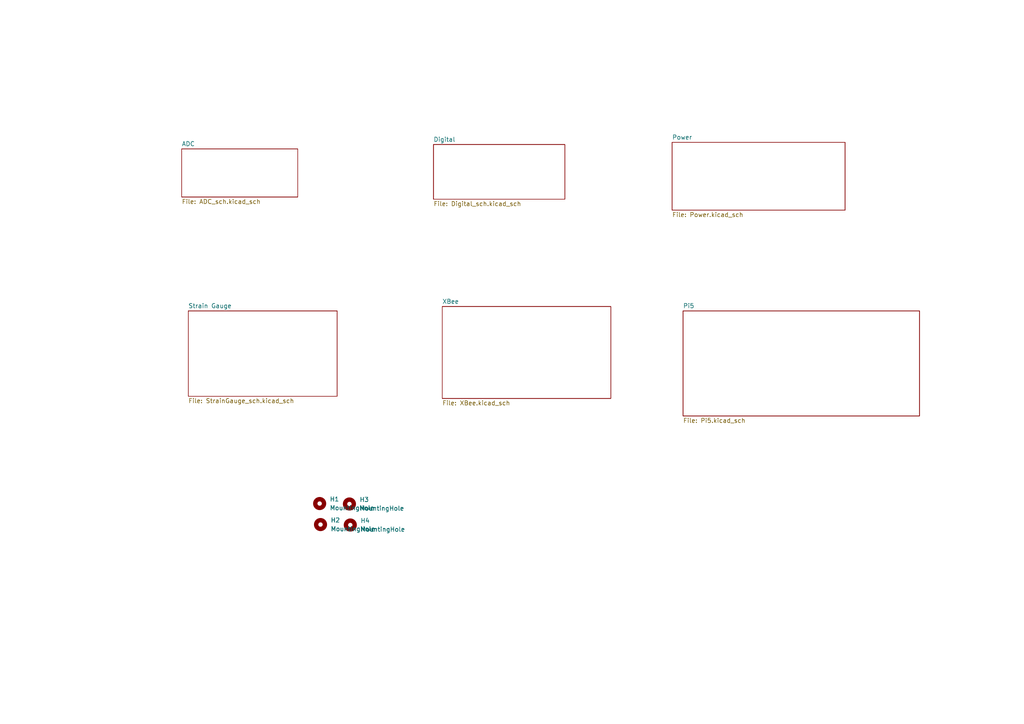
<source format=kicad_sch>
(kicad_sch (version 20230121) (generator eeschema)
  (paper "A4")
  (lib_symbols
    (symbol "Mechanical:MountingHole" (pin_names (offset 1.016))
      (property "Reference" "H" (at 0 5.08 0))
      (property "Value" "MountingHole" (at 0 3.175 0))
      (symbol "MountingHole_0_1"
        (circle (center 0 0) (radius 1.27) (stroke (width 1.27)))
      )
    )
  )
  (symbol (lib_id "Mechanical:MountingHole") (at 101.6 152.273 0) (unit 1)
    (property "Reference" "H4" (at 104.521 151.003 0) (effects (justify left)))
    (property "Value" "MountingHole" (at 104.521 153.543 0) (effects (justify left)))
    (property "Footprint" "MountingHole:MountingHole_2.2mm_M2" (effects hide))
  )
  (symbol (lib_id "Mechanical:MountingHole") (at 92.964 152.146 0) (unit 1)
    (property "Reference" "H2" (at 95.885 150.876 0) (effects (justify left)))
    (property "Value" "MountingHole" (at 95.885 153.416 0) (effects (justify left)))
    (property "Footprint" "MountingHole:MountingHole_2.2mm_M2" (effects hide))
  )
  (symbol (lib_id "Mechanical:MountingHole") (at 92.71 146.05 0) (unit 1)
    (property "Reference" "H1" (at 95.631 144.78 0) (effects (justify left)))
    (property "Value" "MountingHole" (at 95.631 147.32 0) (effects (justify left)))
    (property "Footprint" "MountingHole:MountingHole_2.2mm_M2" (effects hide))
  )
  (symbol (lib_id "Mechanical:MountingHole") (at 101.346 146.177 0) (unit 1)
    (property "Reference" "H3" (at 104.267 144.907 0) (effects (justify left)))
    (property "Value" "MountingHole" (at 104.267 147.447 0) (effects (justify left)))
    (property "Footprint" "MountingHole:MountingHole_2.2mm_M2" (effects hide))
  )
  (sheet (at 52.705 43.18) (size 33.655 13.97) (stroke (width 0.1524))
    (property "Sheetname" "ADC" (at 52.705 42.4684 0) (effects (justify left bottom)))
    (property "Sheetfile" "ADC_sch.kicad_sch" (at 52.705 57.7346 0) (effects (justify left top)))
  )
  (sheet (at 198.12 90.17) (size 68.58 30.48) (stroke (width 0.1524))
    (property "Sheetname" "Pi5" (at 198.12 89.4584 0) (effects (justify left bottom)))
    (property "Sheetfile" "Pi5.kicad_sch" (at 198.12 121.2346 0) (effects (justify left top)))
  )
  (sheet (at 54.61 90.17) (size 43.18 24.765) (stroke (width 0.1524))
    (property "Sheetname" "Strain Gauge" (at 54.61 89.4584 0) (effects (justify left bottom)))
    (property "Sheetfile" "StrainGauge_sch.kicad_sch" (at 54.61 115.5196 0) (effects (justify left top)))
  )
  (sheet (at 128.27 88.9) (size 48.895 26.67) (stroke (width 0.1524))
    (property "Sheetname" "XBee" (at 128.27 88.1884 0) (effects (justify left bottom)))
    (property "Sheetfile" "XBee.kicad_sch" (at 128.27 116.1546 0) (effects (justify left top)))
  )
  (sheet (at 194.945 41.275) (size 50.165 19.685) (stroke (width 0.1524))
    (property "Sheetname" "Power" (at 194.945 40.5634 0) (effects (justify left bottom)))
    (property "Sheetfile" "Power.kicad_sch" (at 194.945 61.5446 0) (effects (justify left top)))
  )
  (sheet (at 125.73 41.91) (size 38.1 15.875) (stroke (width 0.1524))
    (property "Sheetname" "Digital" (at 125.73 41.1984 0) (effects (justify left bottom)))
    (property "Sheetfile" "Digital_sch.kicad_sch" (at 125.73 58.3696 0) (effects (justify left top)))
  )
)
</source>
